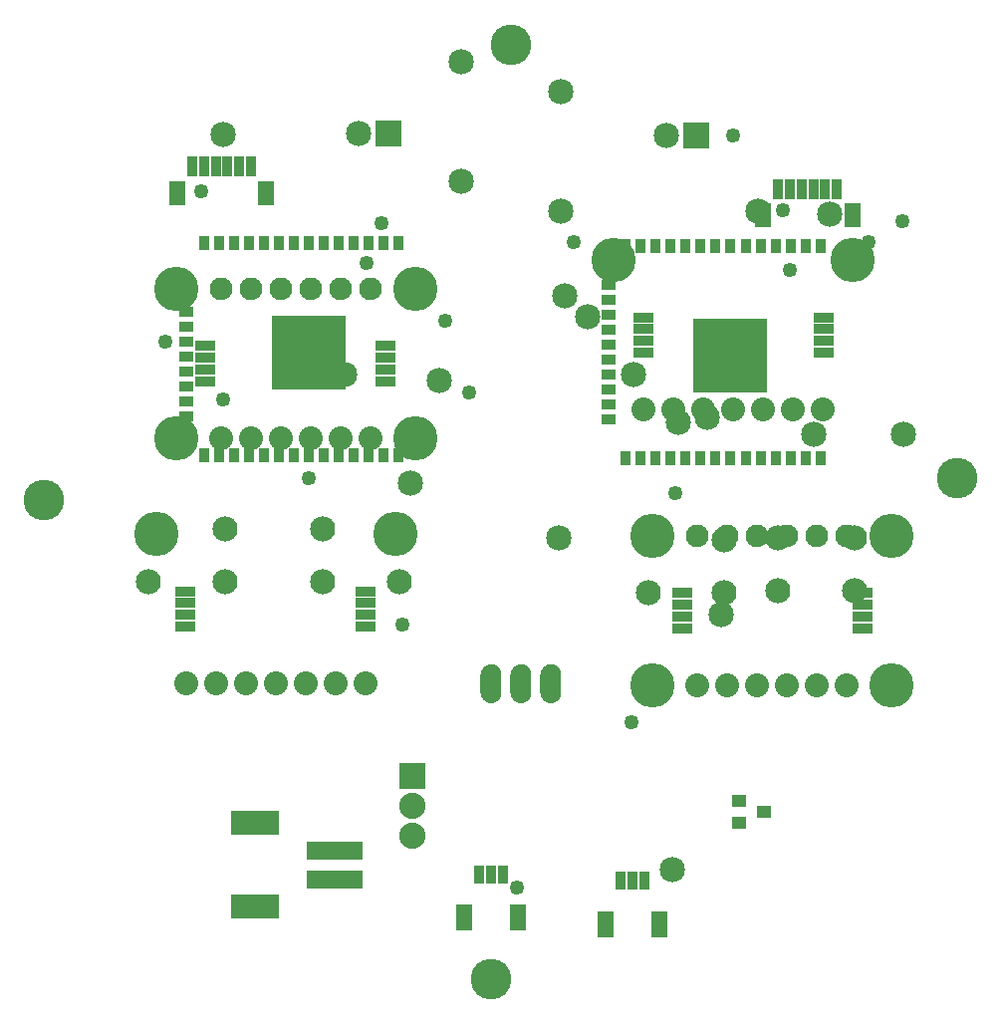
<source format=gts>
G04 MADE WITH FRITZING*
G04 WWW.FRITZING.ORG*
G04 DOUBLE SIDED*
G04 HOLES PLATED*
G04 CONTOUR ON CENTER OF CONTOUR VECTOR*
%FSLAX26Y26*%
%MOIN*%
%ADD10C,0.148425*%
%ADD11C,0.080000*%
%ADD12C,0.076000*%
%ADD13C,0.063528*%
%ADD14C,0.088000*%
%ADD15C,0.085000*%
%ADD16C,0.084000*%
%ADD17C,0.049370*%
%ADD18C,0.135984*%
%ADD19R,0.033625X0.049361*%
%ADD20R,0.033611X0.049361*%
%ADD21R,0.033570X0.049361*%
%ADD22R,0.033597X0.049361*%
%ADD23R,0.033639X0.049361*%
%ADD24R,0.033681X0.049361*%
%ADD25R,0.033667X0.049361*%
%ADD26R,0.033653X0.049361*%
%ADD27R,0.049361X0.033639*%
%ADD28R,0.049361X0.033625*%
%ADD29R,0.049361X0.033611*%
%ADD30R,0.049361X0.033653*%
%ADD31R,0.033708X0.049361*%
%ADD32R,0.246972X0.246959*%
%ADD33R,0.071024X0.033622*%
%ADD34R,0.163543X0.080866*%
%ADD35R,0.187165X0.061181*%
%ADD36R,0.088000X0.088000*%
%ADD37R,0.085000X0.085000*%
%ADD38R,0.057244X0.088740*%
%ADD39R,0.033622X0.063150*%
%ADD40R,0.045433X0.041496*%
%ADD41R,0.057244X0.080866*%
%ADD42R,0.033622X0.071024*%
%ADD43R,0.001000X0.001000*%
G04 MASK1*
%FSLAX26Y26*%
%MOIN*%
D10*
X2905800Y2589690D03*
D11*
X2805800Y2089690D03*
X2705800Y2089690D03*
D10*
X2105800Y2589690D03*
D11*
X2605800Y2089690D03*
X2505800Y2089690D03*
X2405800Y2089690D03*
X2305800Y2089690D03*
X2205800Y2089690D03*
D10*
X2905800Y2589690D03*
D11*
X2805800Y2089690D03*
X2705800Y2089690D03*
D10*
X2105800Y2589690D03*
D11*
X2605800Y2089690D03*
X2505800Y2089690D03*
X2405800Y2089690D03*
X2305800Y2089690D03*
X2205800Y2089690D03*
D10*
X1373770Y1672760D03*
D11*
X1273770Y1172760D03*
X1173770Y1172760D03*
D10*
X573767Y1672760D03*
D11*
X1073770Y1172760D03*
X973767Y1172760D03*
X873767Y1172760D03*
X773767Y1172760D03*
X673767Y1172760D03*
D10*
X1373770Y1672760D03*
D11*
X1273770Y1172760D03*
X1173770Y1172760D03*
D10*
X573767Y1672760D03*
D11*
X1073770Y1172760D03*
X973767Y1172760D03*
X873767Y1172760D03*
X773767Y1172760D03*
X673767Y1172760D03*
D10*
X2236540Y1667750D03*
X2236540Y1167750D03*
D12*
X2886540Y1667750D03*
X2786540Y1667750D03*
D10*
X3036540Y1667750D03*
D12*
X2686540Y1667750D03*
D10*
X3036540Y1167750D03*
D12*
X2586540Y1667750D03*
X2486540Y1667750D03*
X2386540Y1667750D03*
D11*
X2886540Y1167750D03*
X2786540Y1167750D03*
X2686540Y1167750D03*
X2586540Y1167750D03*
X2486540Y1167750D03*
X2386540Y1167750D03*
D10*
X2236540Y1667750D03*
X2236540Y1167750D03*
D12*
X2886540Y1667750D03*
X2786540Y1667750D03*
D10*
X3036540Y1667750D03*
D12*
X2686540Y1667750D03*
D10*
X3036540Y1167750D03*
D12*
X2586540Y1667750D03*
X2486540Y1667750D03*
X2386540Y1667750D03*
D11*
X2886540Y1167750D03*
X2786540Y1167750D03*
X2686540Y1167750D03*
X2586540Y1167750D03*
X2486540Y1167750D03*
X2386540Y1167750D03*
D10*
X640833Y2493296D03*
X640833Y1993300D03*
D12*
X1290830Y2493296D03*
X1190830Y2493296D03*
D10*
X1440830Y2493296D03*
D12*
X1090830Y2493296D03*
D10*
X1440830Y1993300D03*
D12*
X990833Y2493296D03*
X890833Y2493296D03*
X790833Y2493296D03*
D11*
X1290830Y1993300D03*
X1190830Y1993300D03*
X1090830Y1993300D03*
X990833Y1993300D03*
X890833Y1993300D03*
X790833Y1993300D03*
D10*
X640833Y2493296D03*
X640833Y1993300D03*
D12*
X1290830Y2493296D03*
X1190830Y2493296D03*
D10*
X1440830Y2493296D03*
D12*
X1090830Y2493296D03*
D10*
X1440830Y1993300D03*
D12*
X990833Y2493296D03*
X890833Y2493296D03*
X790833Y2493296D03*
D11*
X1290830Y1993300D03*
X1190830Y1993300D03*
X1090830Y1993300D03*
X990833Y1993300D03*
X890833Y1993300D03*
X790833Y1993300D03*
D13*
X1695690Y1171910D03*
X1795690Y1171910D03*
X1895670Y1171910D03*
D14*
X1430770Y862510D03*
X1430770Y762510D03*
X1430770Y662510D03*
D15*
X1929420Y2753741D03*
X1929420Y3153741D03*
X1929420Y2753741D03*
X1929420Y3153741D03*
X1596090Y3255118D03*
X1596090Y2855118D03*
X2381430Y3007933D03*
X2281430Y3007933D03*
X2381430Y3007933D03*
X2281430Y3007933D03*
X1350770Y3015250D03*
X1250770Y3015250D03*
X1350770Y3015250D03*
X1250770Y3015250D03*
D16*
X1131930Y1691090D03*
X1387930Y1691090D03*
X1131930Y1513090D03*
X1387930Y1513090D03*
X1131930Y1691090D03*
X1387930Y1691090D03*
X1131930Y1513090D03*
X1387930Y1513090D03*
X2656090Y1660420D03*
X2912090Y1660420D03*
X2656090Y1482420D03*
X2912090Y1482420D03*
X2656090Y1660420D03*
X2912090Y1660420D03*
X2656090Y1482420D03*
X2912090Y1482420D03*
X2220320Y1655310D03*
X2476320Y1655310D03*
X2220320Y1477310D03*
X2476320Y1477310D03*
X2220320Y1655310D03*
X2476320Y1655310D03*
X2220320Y1477310D03*
X2476320Y1477310D03*
X547956Y1691090D03*
X803956Y1691090D03*
X547956Y1513090D03*
X803956Y1513090D03*
X547956Y1691090D03*
X803956Y1691090D03*
X547956Y1513090D03*
X803956Y1513090D03*
D17*
X2166200Y1043680D03*
X1971410Y2649343D03*
X2503550Y3006336D03*
X1327210Y2715019D03*
X1398910Y1371990D03*
X1086200Y1859680D03*
X1278200Y2579680D03*
X3071220Y2721750D03*
X2672770Y2756229D03*
X2958200Y2651680D03*
X2694200Y2555680D03*
X1782200Y491680D03*
X798196Y2123680D03*
X1542200Y2387680D03*
X2598200Y2099680D03*
X606196Y2315680D03*
X1621750Y2147680D03*
X2310200Y1811680D03*
X726196Y2819680D03*
D15*
X2019090Y2401390D03*
X2302870Y550500D03*
X1941190Y2471156D03*
X1922590Y1659220D03*
X2417680Y2063760D03*
X2466040Y1402520D03*
X2320770Y2047060D03*
X2828890Y2744675D03*
X2171620Y2205930D03*
X2589010Y2752241D03*
X2775860Y2006820D03*
X3075860Y2006820D03*
X1425030Y1843920D03*
X1521920Y2186850D03*
X799067Y3009395D03*
X1205240Y2208570D03*
D18*
X1694090Y183480D03*
X3256270Y1859760D03*
X199558Y1785680D03*
X1762050Y3311718D03*
D19*
X1385953Y2647319D03*
D20*
X1335806Y2647319D03*
X1285646Y2647319D03*
D19*
X1235493Y2647319D03*
D21*
X1185325Y2647319D03*
D20*
X1135126Y2647319D03*
D22*
X1084979Y2647319D03*
D23*
X1034879Y2647319D03*
D24*
X984660Y2647319D03*
D25*
X934513Y2647319D03*
D26*
X884386Y2647319D03*
X834186Y2647319D03*
D23*
X784069Y2647319D03*
D22*
X733929Y2647319D03*
D27*
X675081Y2517569D03*
X675081Y2467416D03*
X675081Y2417231D03*
D28*
X675081Y2367087D03*
D29*
X675081Y2316944D03*
D27*
X675081Y2266761D03*
D30*
X675081Y2216604D03*
D27*
X675081Y2166471D03*
D30*
X675081Y2116314D03*
X675081Y2066144D03*
D22*
X733929Y1936389D03*
D23*
X784069Y1936389D03*
D26*
X834186Y1936389D03*
X884386Y1936389D03*
D25*
X934513Y1936389D03*
D31*
X984664Y1936389D03*
D23*
X1034879Y1936389D03*
D22*
X1084979Y1936389D03*
D20*
X1135126Y1936389D03*
D22*
X1185329Y1936389D03*
D19*
X1235493Y1936389D03*
D23*
X1285639Y1936389D03*
D20*
X1335806Y1936389D03*
D26*
X1385966Y1936389D03*
D32*
X1083886Y2280691D03*
D19*
X2797683Y2637099D03*
D20*
X2747536Y2637099D03*
X2697376Y2637099D03*
D19*
X2647223Y2637099D03*
D21*
X2597055Y2637099D03*
D20*
X2546856Y2637099D03*
D22*
X2496709Y2637099D03*
D23*
X2446609Y2637099D03*
D24*
X2396390Y2637099D03*
D25*
X2346243Y2637099D03*
D26*
X2296116Y2637099D03*
X2245916Y2637099D03*
D23*
X2195799Y2637099D03*
D22*
X2145659Y2637099D03*
D27*
X2086811Y2507349D03*
X2086811Y2457196D03*
X2086811Y2407011D03*
D28*
X2086811Y2356867D03*
D29*
X2086811Y2306724D03*
D27*
X2086811Y2256541D03*
D30*
X2086811Y2206384D03*
D27*
X2086811Y2156251D03*
D30*
X2086811Y2106094D03*
X2086811Y2055924D03*
D22*
X2145659Y1926169D03*
D23*
X2195799Y1926169D03*
D26*
X2245916Y1926169D03*
X2296116Y1926169D03*
D25*
X2346243Y1926169D03*
D31*
X2396394Y1926169D03*
D23*
X2446609Y1926169D03*
D22*
X2496709Y1926169D03*
D20*
X2546856Y1926169D03*
D22*
X2597059Y1926169D03*
D19*
X2647223Y1926169D03*
D23*
X2697369Y1926169D03*
D20*
X2747536Y1926169D03*
D26*
X2797696Y1926169D03*
D32*
X2495616Y2270461D03*
D33*
X2204762Y2280639D03*
X2204762Y2320009D03*
X2204762Y2359379D03*
X2204762Y2398749D03*
X2806822Y2398749D03*
X2806822Y2359379D03*
X2806822Y2320009D03*
X2806822Y2280639D03*
X2204762Y2280639D03*
X2204762Y2320009D03*
X2204762Y2359379D03*
X2204762Y2398749D03*
X2806822Y2398749D03*
X2806822Y2359379D03*
X2806822Y2320009D03*
X2806822Y2280639D03*
X672732Y1363709D03*
X672732Y1403079D03*
X672732Y1442439D03*
X672732Y1481819D03*
X1274792Y1481819D03*
X1274792Y1442449D03*
X1274792Y1403079D03*
X1274792Y1363709D03*
X672732Y1363709D03*
X672732Y1403079D03*
X672732Y1442439D03*
X672732Y1481819D03*
X1274792Y1481819D03*
X1274792Y1442449D03*
X1274792Y1403079D03*
X1274792Y1363709D03*
X2335502Y1358699D03*
X2335502Y1398069D03*
X2335502Y1437439D03*
X2335502Y1476809D03*
X2937562Y1476809D03*
X2937562Y1437439D03*
X2937562Y1398069D03*
X2937562Y1358699D03*
X2335502Y1358699D03*
X2335502Y1398069D03*
X2335502Y1437439D03*
X2335502Y1476809D03*
X2937562Y1476809D03*
X2937562Y1437439D03*
X2937562Y1398069D03*
X2937562Y1358699D03*
X739798Y2184239D03*
X739798Y2223609D03*
X739798Y2262979D03*
X739798Y2302349D03*
X1341852Y2302349D03*
X1341852Y2262979D03*
X1341852Y2223609D03*
X1341852Y2184239D03*
X739798Y2184239D03*
X739798Y2223609D03*
X739798Y2262979D03*
X739798Y2302349D03*
X1341852Y2302349D03*
X1341852Y2262979D03*
X1341852Y2223609D03*
X1341852Y2184239D03*
D34*
X904878Y705767D03*
X904878Y426247D03*
D35*
X1172983Y615219D03*
X1172983Y516799D03*
D36*
X1430770Y862510D03*
D37*
X2381430Y3007933D03*
X2381430Y3007933D03*
X1350770Y3015250D03*
X1350770Y3015250D03*
D38*
X2077002Y367800D03*
X2258102Y367800D03*
D39*
X2128181Y512485D03*
X2167551Y512485D03*
X2206921Y512485D03*
D38*
X1604582Y390500D03*
X1785682Y390500D03*
D39*
X1655761Y535185D03*
X1695131Y535185D03*
X1734501Y535185D03*
D40*
X2607307Y744622D03*
X2524627Y707222D03*
X2524627Y782022D03*
D41*
X2604562Y2740662D03*
X2903772Y2740662D03*
D42*
X2655741Y2828261D03*
X2695111Y2828261D03*
X2734481Y2828261D03*
X2773851Y2828261D03*
X2813221Y2828261D03*
X2852591Y2828261D03*
D41*
X644052Y2814630D03*
X943264Y2814630D03*
D42*
X695233Y2902229D03*
X734603Y2902229D03*
X773973Y2902229D03*
X813343Y2902229D03*
X852713Y2902229D03*
X892083Y2902229D03*
D43*
X1692500Y1237070D02*
X1698500Y1237070D01*
X1792500Y1237070D02*
X1798500Y1237070D01*
X1892500Y1237070D02*
X1898500Y1237070D01*
X1687500Y1236070D02*
X1703500Y1236070D01*
X1787500Y1236070D02*
X1803500Y1236070D01*
X1887500Y1236070D02*
X1903500Y1236070D01*
X1684500Y1235070D02*
X1706500Y1235070D01*
X1784500Y1235070D02*
X1806500Y1235070D01*
X1883500Y1235070D02*
X1906500Y1235070D01*
X1681500Y1234070D02*
X1709500Y1234070D01*
X1781500Y1234070D02*
X1809500Y1234070D01*
X1881500Y1234070D02*
X1909500Y1234070D01*
X1679500Y1233070D02*
X1711500Y1233070D01*
X1779500Y1233070D02*
X1811500Y1233070D01*
X1879500Y1233070D02*
X1911500Y1233070D01*
X1677500Y1232070D02*
X1713500Y1232070D01*
X1777500Y1232070D02*
X1813500Y1232070D01*
X1877500Y1232070D02*
X1913500Y1232070D01*
X1676500Y1231070D02*
X1714500Y1231070D01*
X1776500Y1231070D02*
X1814500Y1231070D01*
X1876500Y1231070D02*
X1914500Y1231070D01*
X1674500Y1230070D02*
X1716500Y1230070D01*
X1774500Y1230070D02*
X1816500Y1230070D01*
X1874500Y1230070D02*
X1916500Y1230070D01*
X1673500Y1229070D02*
X1717500Y1229070D01*
X1773500Y1229070D02*
X1817500Y1229070D01*
X1873500Y1229070D02*
X1917500Y1229070D01*
X1672500Y1228070D02*
X1718500Y1228070D01*
X1772500Y1228070D02*
X1818500Y1228070D01*
X1872500Y1228070D02*
X1918500Y1228070D01*
X1671500Y1227070D02*
X1719500Y1227070D01*
X1771500Y1227070D02*
X1819500Y1227070D01*
X1871500Y1227070D02*
X1919500Y1227070D01*
X1670500Y1226070D02*
X1720500Y1226070D01*
X1770500Y1226070D02*
X1820500Y1226070D01*
X1870500Y1226070D02*
X1920500Y1226070D01*
X1669500Y1225070D02*
X1721500Y1225070D01*
X1769500Y1225070D02*
X1821500Y1225070D01*
X1869500Y1225070D02*
X1921500Y1225070D01*
X1668500Y1224070D02*
X1722500Y1224070D01*
X1768500Y1224070D02*
X1822500Y1224070D01*
X1868500Y1224070D02*
X1922500Y1224070D01*
X1667500Y1223070D02*
X1722500Y1223070D01*
X1767500Y1223070D02*
X1822500Y1223070D01*
X1867500Y1223070D02*
X1922500Y1223070D01*
X1667500Y1222070D02*
X1723500Y1222070D01*
X1767500Y1222070D02*
X1823500Y1222070D01*
X1867500Y1222070D02*
X1923500Y1222070D01*
X1666500Y1221070D02*
X1724500Y1221070D01*
X1766500Y1221070D02*
X1824500Y1221070D01*
X1866500Y1221070D02*
X1924500Y1221070D01*
X1665500Y1220070D02*
X1724500Y1220070D01*
X1765500Y1220070D02*
X1824500Y1220070D01*
X1865500Y1220070D02*
X1924500Y1220070D01*
X1665500Y1219070D02*
X1725500Y1219070D01*
X1765500Y1219070D02*
X1825500Y1219070D01*
X1865500Y1219070D02*
X1925500Y1219070D01*
X1664500Y1218070D02*
X1726500Y1218070D01*
X1764500Y1218070D02*
X1825500Y1218070D01*
X1864500Y1218070D02*
X1925500Y1218070D01*
X1664500Y1217070D02*
X1726500Y1217070D01*
X1764500Y1217070D02*
X1826500Y1217070D01*
X1864500Y1217070D02*
X1926500Y1217070D01*
X1663500Y1216070D02*
X1726500Y1216070D01*
X1763500Y1216070D02*
X1826500Y1216070D01*
X1863500Y1216070D02*
X1926500Y1216070D01*
X1663500Y1215070D02*
X1727500Y1215070D01*
X1763500Y1215070D02*
X1827500Y1215070D01*
X1863500Y1215070D02*
X1927500Y1215070D01*
X1663500Y1214070D02*
X1727500Y1214070D01*
X1763500Y1214070D02*
X1827500Y1214070D01*
X1863500Y1214070D02*
X1927500Y1214070D01*
X1662500Y1213070D02*
X1728500Y1213070D01*
X1762500Y1213070D02*
X1828500Y1213070D01*
X1862500Y1213070D02*
X1928500Y1213070D01*
X1662500Y1212070D02*
X1728500Y1212070D01*
X1762500Y1212070D02*
X1828500Y1212070D01*
X1862500Y1212070D02*
X1928500Y1212070D01*
X1662500Y1211070D02*
X1728500Y1211070D01*
X1762500Y1211070D02*
X1828500Y1211070D01*
X1862500Y1211070D02*
X1928500Y1211070D01*
X1661500Y1210070D02*
X1728500Y1210070D01*
X1761500Y1210070D02*
X1828500Y1210070D01*
X1861500Y1210070D02*
X1928500Y1210070D01*
X1661500Y1209070D02*
X1729500Y1209070D01*
X1761500Y1209070D02*
X1829500Y1209070D01*
X1861500Y1209070D02*
X1929500Y1209070D01*
X1661500Y1208070D02*
X1729500Y1208070D01*
X1761500Y1208070D02*
X1829500Y1208070D01*
X1861500Y1208070D02*
X1929500Y1208070D01*
X1661500Y1207070D02*
X1729500Y1207070D01*
X1761500Y1207070D02*
X1829500Y1207070D01*
X1861500Y1207070D02*
X1929500Y1207070D01*
X1661500Y1206070D02*
X1729500Y1206070D01*
X1761500Y1206070D02*
X1829500Y1206070D01*
X1861500Y1206070D02*
X1929500Y1206070D01*
X1661500Y1205070D02*
X1729500Y1205070D01*
X1761500Y1205070D02*
X1829500Y1205070D01*
X1861500Y1205070D02*
X1929500Y1205070D01*
X1661500Y1204070D02*
X1729500Y1204070D01*
X1760500Y1204070D02*
X1829500Y1204070D01*
X1860500Y1204070D02*
X1929500Y1204070D01*
X1660500Y1203070D02*
X1729500Y1203070D01*
X1760500Y1203070D02*
X1829500Y1203070D01*
X1860500Y1203070D02*
X1929500Y1203070D01*
X1660500Y1202070D02*
X1729500Y1202070D01*
X1760500Y1202070D02*
X1829500Y1202070D01*
X1860500Y1202070D02*
X1929500Y1202070D01*
X1660500Y1201070D02*
X1729500Y1201070D01*
X1760500Y1201070D02*
X1829500Y1201070D01*
X1860500Y1201070D02*
X1929500Y1201070D01*
X1660500Y1200070D02*
X1729500Y1200070D01*
X1760500Y1200070D02*
X1829500Y1200070D01*
X1860500Y1200070D02*
X1929500Y1200070D01*
X1660500Y1199070D02*
X1729500Y1199070D01*
X1760500Y1199070D02*
X1829500Y1199070D01*
X1860500Y1199070D02*
X1929500Y1199070D01*
X1660500Y1198070D02*
X1729500Y1198070D01*
X1760500Y1198070D02*
X1829500Y1198070D01*
X1860500Y1198070D02*
X1929500Y1198070D01*
X1660500Y1197070D02*
X1729500Y1197070D01*
X1760500Y1197070D02*
X1829500Y1197070D01*
X1860500Y1197070D02*
X1929500Y1197070D01*
X1660500Y1196070D02*
X1729500Y1196070D01*
X1760500Y1196070D02*
X1829500Y1196070D01*
X1860500Y1196070D02*
X1929500Y1196070D01*
X1660500Y1195070D02*
X1729500Y1195070D01*
X1760500Y1195070D02*
X1829500Y1195070D01*
X1860500Y1195070D02*
X1929500Y1195070D01*
X1660500Y1194070D02*
X1729500Y1194070D01*
X1760500Y1194070D02*
X1829500Y1194070D01*
X1860500Y1194070D02*
X1929500Y1194070D01*
X1660500Y1193070D02*
X1729500Y1193070D01*
X1760500Y1193070D02*
X1829500Y1193070D01*
X1860500Y1193070D02*
X1929500Y1193070D01*
X1660500Y1192070D02*
X1729500Y1192070D01*
X1760500Y1192070D02*
X1829500Y1192070D01*
X1860500Y1192070D02*
X1929500Y1192070D01*
X1660500Y1191070D02*
X1729500Y1191070D01*
X1760500Y1191070D02*
X1829500Y1191070D01*
X1860500Y1191070D02*
X1929500Y1191070D01*
X1660500Y1190070D02*
X1729500Y1190070D01*
X1760500Y1190070D02*
X1829500Y1190070D01*
X1860500Y1190070D02*
X1929500Y1190070D01*
X1660500Y1189070D02*
X1729500Y1189070D01*
X1760500Y1189070D02*
X1829500Y1189070D01*
X1860500Y1189070D02*
X1929500Y1189070D01*
X1660500Y1188070D02*
X1729500Y1188070D01*
X1760500Y1188070D02*
X1829500Y1188070D01*
X1860500Y1188070D02*
X1929500Y1188070D01*
X1660500Y1187070D02*
X1692500Y1187070D01*
X1697500Y1187070D02*
X1729500Y1187070D01*
X1760500Y1187070D02*
X1792500Y1187070D01*
X1798500Y1187070D02*
X1829500Y1187070D01*
X1860500Y1187070D02*
X1892500Y1187070D01*
X1898500Y1187070D02*
X1929500Y1187070D01*
X1660500Y1186070D02*
X1688500Y1186070D01*
X1701500Y1186070D02*
X1729500Y1186070D01*
X1760500Y1186070D02*
X1788500Y1186070D01*
X1801500Y1186070D02*
X1829500Y1186070D01*
X1860500Y1186070D02*
X1888500Y1186070D01*
X1901500Y1186070D02*
X1929500Y1186070D01*
X1660500Y1185070D02*
X1687500Y1185070D01*
X1703500Y1185070D02*
X1729500Y1185070D01*
X1760500Y1185070D02*
X1787500Y1185070D01*
X1803500Y1185070D02*
X1829500Y1185070D01*
X1860500Y1185070D02*
X1886500Y1185070D01*
X1903500Y1185070D02*
X1929500Y1185070D01*
X1660500Y1184070D02*
X1685500Y1184070D01*
X1705500Y1184070D02*
X1729500Y1184070D01*
X1760500Y1184070D02*
X1785500Y1184070D01*
X1805500Y1184070D02*
X1829500Y1184070D01*
X1860500Y1184070D02*
X1885500Y1184070D01*
X1905500Y1184070D02*
X1929500Y1184070D01*
X1660500Y1183070D02*
X1684500Y1183070D01*
X1706500Y1183070D02*
X1729500Y1183070D01*
X1760500Y1183070D02*
X1784500Y1183070D01*
X1806500Y1183070D02*
X1829500Y1183070D01*
X1860500Y1183070D02*
X1884500Y1183070D01*
X1906500Y1183070D02*
X1929500Y1183070D01*
X1660500Y1182070D02*
X1683500Y1182070D01*
X1707500Y1182070D02*
X1729500Y1182070D01*
X1760500Y1182070D02*
X1783500Y1182070D01*
X1807500Y1182070D02*
X1829500Y1182070D01*
X1860500Y1182070D02*
X1883500Y1182070D01*
X1907500Y1182070D02*
X1929500Y1182070D01*
X1660500Y1181070D02*
X1682500Y1181070D01*
X1708500Y1181070D02*
X1729500Y1181070D01*
X1760500Y1181070D02*
X1782500Y1181070D01*
X1808500Y1181070D02*
X1829500Y1181070D01*
X1860500Y1181070D02*
X1882500Y1181070D01*
X1908500Y1181070D02*
X1929500Y1181070D01*
X1660500Y1180070D02*
X1682500Y1180070D01*
X1708500Y1180070D02*
X1729500Y1180070D01*
X1760500Y1180070D02*
X1782500Y1180070D01*
X1808500Y1180070D02*
X1829500Y1180070D01*
X1860500Y1180070D02*
X1882500Y1180070D01*
X1908500Y1180070D02*
X1929500Y1180070D01*
X1660500Y1179070D02*
X1681500Y1179070D01*
X1709500Y1179070D02*
X1729500Y1179070D01*
X1760500Y1179070D02*
X1781500Y1179070D01*
X1809500Y1179070D02*
X1829500Y1179070D01*
X1860500Y1179070D02*
X1881500Y1179070D01*
X1909500Y1179070D02*
X1929500Y1179070D01*
X1660500Y1178070D02*
X1681500Y1178070D01*
X1709500Y1178070D02*
X1729500Y1178070D01*
X1760500Y1178070D02*
X1780500Y1178070D01*
X1809500Y1178070D02*
X1829500Y1178070D01*
X1860500Y1178070D02*
X1880500Y1178070D01*
X1909500Y1178070D02*
X1929500Y1178070D01*
X1660500Y1177070D02*
X1680500Y1177070D01*
X1710500Y1177070D02*
X1729500Y1177070D01*
X1760500Y1177070D02*
X1780500Y1177070D01*
X1810500Y1177070D02*
X1829500Y1177070D01*
X1860500Y1177070D02*
X1880500Y1177070D01*
X1910500Y1177070D02*
X1929500Y1177070D01*
X1660500Y1176070D02*
X1680500Y1176070D01*
X1710500Y1176070D02*
X1729500Y1176070D01*
X1760500Y1176070D02*
X1780500Y1176070D01*
X1810500Y1176070D02*
X1829500Y1176070D01*
X1860500Y1176070D02*
X1880500Y1176070D01*
X1910500Y1176070D02*
X1929500Y1176070D01*
X1660500Y1175070D02*
X1680500Y1175070D01*
X1710500Y1175070D02*
X1729500Y1175070D01*
X1760500Y1175070D02*
X1780500Y1175070D01*
X1810500Y1175070D02*
X1829500Y1175070D01*
X1860500Y1175070D02*
X1880500Y1175070D01*
X1910500Y1175070D02*
X1929500Y1175070D01*
X1660500Y1174070D02*
X1680500Y1174070D01*
X1710500Y1174070D02*
X1729500Y1174070D01*
X1760500Y1174070D02*
X1780500Y1174070D01*
X1810500Y1174070D02*
X1829500Y1174070D01*
X1860500Y1174070D02*
X1880500Y1174070D01*
X1910500Y1174070D02*
X1929500Y1174070D01*
X1660500Y1173070D02*
X1679500Y1173070D01*
X1710500Y1173070D02*
X1729500Y1173070D01*
X1760500Y1173070D02*
X1779500Y1173070D01*
X1810500Y1173070D02*
X1829500Y1173070D01*
X1860500Y1173070D02*
X1879500Y1173070D01*
X1910500Y1173070D02*
X1929500Y1173070D01*
X1660500Y1172070D02*
X1679500Y1172070D01*
X1710500Y1172070D02*
X1729500Y1172070D01*
X1760500Y1172070D02*
X1779500Y1172070D01*
X1810500Y1172070D02*
X1829500Y1172070D01*
X1860500Y1172070D02*
X1879500Y1172070D01*
X1910500Y1172070D02*
X1929500Y1172070D01*
X1660500Y1171070D02*
X1680500Y1171070D01*
X1710500Y1171070D02*
X1729500Y1171070D01*
X1760500Y1171070D02*
X1779500Y1171070D01*
X1810500Y1171070D02*
X1829500Y1171070D01*
X1860500Y1171070D02*
X1879500Y1171070D01*
X1910500Y1171070D02*
X1929500Y1171070D01*
X1660500Y1170070D02*
X1680500Y1170070D01*
X1710500Y1170070D02*
X1729500Y1170070D01*
X1760500Y1170070D02*
X1780500Y1170070D01*
X1810500Y1170070D02*
X1829500Y1170070D01*
X1860500Y1170070D02*
X1880500Y1170070D01*
X1910500Y1170070D02*
X1929500Y1170070D01*
X1660500Y1169070D02*
X1680500Y1169070D01*
X1710500Y1169070D02*
X1729500Y1169070D01*
X1760500Y1169070D02*
X1780500Y1169070D01*
X1810500Y1169070D02*
X1829500Y1169070D01*
X1860500Y1169070D02*
X1880500Y1169070D01*
X1910500Y1169070D02*
X1929500Y1169070D01*
X1660500Y1168070D02*
X1680500Y1168070D01*
X1710500Y1168070D02*
X1729500Y1168070D01*
X1760500Y1168070D02*
X1780500Y1168070D01*
X1810500Y1168070D02*
X1829500Y1168070D01*
X1860500Y1168070D02*
X1880500Y1168070D01*
X1910500Y1168070D02*
X1929500Y1168070D01*
X1660500Y1167070D02*
X1680500Y1167070D01*
X1709500Y1167070D02*
X1729500Y1167070D01*
X1760500Y1167070D02*
X1780500Y1167070D01*
X1809500Y1167070D02*
X1829500Y1167070D01*
X1860500Y1167070D02*
X1880500Y1167070D01*
X1909500Y1167070D02*
X1929500Y1167070D01*
X1660500Y1166070D02*
X1681500Y1166070D01*
X1709500Y1166070D02*
X1729500Y1166070D01*
X1760500Y1166070D02*
X1781500Y1166070D01*
X1809500Y1166070D02*
X1829500Y1166070D01*
X1860500Y1166070D02*
X1881500Y1166070D01*
X1909500Y1166070D02*
X1929500Y1166070D01*
X1660500Y1165070D02*
X1681500Y1165070D01*
X1709500Y1165070D02*
X1729500Y1165070D01*
X1760500Y1165070D02*
X1781500Y1165070D01*
X1809500Y1165070D02*
X1829500Y1165070D01*
X1860500Y1165070D02*
X1881500Y1165070D01*
X1909500Y1165070D02*
X1929500Y1165070D01*
X1660500Y1164070D02*
X1682500Y1164070D01*
X1708500Y1164070D02*
X1729500Y1164070D01*
X1760500Y1164070D02*
X1782500Y1164070D01*
X1808500Y1164070D02*
X1829500Y1164070D01*
X1860500Y1164070D02*
X1882500Y1164070D01*
X1908500Y1164070D02*
X1929500Y1164070D01*
X1660500Y1163070D02*
X1683500Y1163070D01*
X1707500Y1163070D02*
X1729500Y1163070D01*
X1760500Y1163070D02*
X1783500Y1163070D01*
X1807500Y1163070D02*
X1829500Y1163070D01*
X1860500Y1163070D02*
X1883500Y1163070D01*
X1907500Y1163070D02*
X1929500Y1163070D01*
X1660500Y1162070D02*
X1683500Y1162070D01*
X1706500Y1162070D02*
X1729500Y1162070D01*
X1760500Y1162070D02*
X1783500Y1162070D01*
X1806500Y1162070D02*
X1829500Y1162070D01*
X1860500Y1162070D02*
X1883500Y1162070D01*
X1906500Y1162070D02*
X1929500Y1162070D01*
X1660500Y1161070D02*
X1685500Y1161070D01*
X1705500Y1161070D02*
X1729500Y1161070D01*
X1760500Y1161070D02*
X1784500Y1161070D01*
X1805500Y1161070D02*
X1829500Y1161070D01*
X1860500Y1161070D02*
X1884500Y1161070D01*
X1905500Y1161070D02*
X1929500Y1161070D01*
X1660500Y1160070D02*
X1686500Y1160070D01*
X1704500Y1160070D02*
X1729500Y1160070D01*
X1760500Y1160070D02*
X1786500Y1160070D01*
X1804500Y1160070D02*
X1829500Y1160070D01*
X1860500Y1160070D02*
X1886500Y1160070D01*
X1904500Y1160070D02*
X1929500Y1160070D01*
X1660500Y1159070D02*
X1687500Y1159070D01*
X1703500Y1159070D02*
X1729500Y1159070D01*
X1760500Y1159070D02*
X1787500Y1159070D01*
X1803500Y1159070D02*
X1829500Y1159070D01*
X1860500Y1159070D02*
X1887500Y1159070D01*
X1902500Y1159070D02*
X1929500Y1159070D01*
X1660500Y1158070D02*
X1690500Y1158070D01*
X1700500Y1158070D02*
X1729500Y1158070D01*
X1760500Y1158070D02*
X1790500Y1158070D01*
X1800500Y1158070D02*
X1829500Y1158070D01*
X1860500Y1158070D02*
X1890500Y1158070D01*
X1900500Y1158070D02*
X1929500Y1158070D01*
X1660500Y1157070D02*
X1729500Y1157070D01*
X1760500Y1157070D02*
X1829500Y1157070D01*
X1860500Y1157070D02*
X1929500Y1157070D01*
X1660500Y1156070D02*
X1729500Y1156070D01*
X1760500Y1156070D02*
X1829500Y1156070D01*
X1860500Y1156070D02*
X1929500Y1156070D01*
X1660500Y1155070D02*
X1729500Y1155070D01*
X1760500Y1155070D02*
X1829500Y1155070D01*
X1860500Y1155070D02*
X1929500Y1155070D01*
X1660500Y1154070D02*
X1729500Y1154070D01*
X1760500Y1154070D02*
X1829500Y1154070D01*
X1860500Y1154070D02*
X1929500Y1154070D01*
X1660500Y1153070D02*
X1729500Y1153070D01*
X1760500Y1153070D02*
X1829500Y1153070D01*
X1860500Y1153070D02*
X1929500Y1153070D01*
X1660500Y1152070D02*
X1729500Y1152070D01*
X1760500Y1152070D02*
X1829500Y1152070D01*
X1860500Y1152070D02*
X1929500Y1152070D01*
X1660500Y1151070D02*
X1729500Y1151070D01*
X1760500Y1151070D02*
X1829500Y1151070D01*
X1860500Y1151070D02*
X1929500Y1151070D01*
X1660500Y1150070D02*
X1729500Y1150070D01*
X1760500Y1150070D02*
X1829500Y1150070D01*
X1860500Y1150070D02*
X1929500Y1150070D01*
X1660500Y1149070D02*
X1729500Y1149070D01*
X1760500Y1149070D02*
X1829500Y1149070D01*
X1860500Y1149070D02*
X1929500Y1149070D01*
X1660500Y1148070D02*
X1729500Y1148070D01*
X1760500Y1148070D02*
X1829500Y1148070D01*
X1860500Y1148070D02*
X1929500Y1148070D01*
X1660500Y1147070D02*
X1729500Y1147070D01*
X1760500Y1147070D02*
X1829500Y1147070D01*
X1860500Y1147070D02*
X1929500Y1147070D01*
X1660500Y1146070D02*
X1729500Y1146070D01*
X1760500Y1146070D02*
X1829500Y1146070D01*
X1860500Y1146070D02*
X1929500Y1146070D01*
X1660500Y1145070D02*
X1729500Y1145070D01*
X1760500Y1145070D02*
X1829500Y1145070D01*
X1860500Y1145070D02*
X1929500Y1145070D01*
X1660500Y1144070D02*
X1729500Y1144070D01*
X1760500Y1144070D02*
X1829500Y1144070D01*
X1860500Y1144070D02*
X1929500Y1144070D01*
X1660500Y1143070D02*
X1729500Y1143070D01*
X1760500Y1143070D02*
X1829500Y1143070D01*
X1860500Y1143070D02*
X1929500Y1143070D01*
X1660500Y1142070D02*
X1729500Y1142070D01*
X1760500Y1142070D02*
X1829500Y1142070D01*
X1860500Y1142070D02*
X1929500Y1142070D01*
X1660500Y1141070D02*
X1729500Y1141070D01*
X1760500Y1141070D02*
X1829500Y1141070D01*
X1860500Y1141070D02*
X1929500Y1141070D01*
X1661500Y1140070D02*
X1729500Y1140070D01*
X1761500Y1140070D02*
X1829500Y1140070D01*
X1861500Y1140070D02*
X1929500Y1140070D01*
X1661500Y1139070D02*
X1729500Y1139070D01*
X1761500Y1139070D02*
X1829500Y1139070D01*
X1861500Y1139070D02*
X1929500Y1139070D01*
X1661500Y1138070D02*
X1729500Y1138070D01*
X1761500Y1138070D02*
X1829500Y1138070D01*
X1861500Y1138070D02*
X1929500Y1138070D01*
X1661500Y1137070D02*
X1729500Y1137070D01*
X1761500Y1137070D02*
X1829500Y1137070D01*
X1861500Y1137070D02*
X1929500Y1137070D01*
X1661500Y1136070D02*
X1729500Y1136070D01*
X1761500Y1136070D02*
X1829500Y1136070D01*
X1861500Y1136070D02*
X1929500Y1136070D01*
X1661500Y1135070D02*
X1729500Y1135070D01*
X1761500Y1135070D02*
X1829500Y1135070D01*
X1861500Y1135070D02*
X1929500Y1135070D01*
X1661500Y1134070D02*
X1728500Y1134070D01*
X1761500Y1134070D02*
X1828500Y1134070D01*
X1861500Y1134070D02*
X1928500Y1134070D01*
X1662500Y1133070D02*
X1728500Y1133070D01*
X1762500Y1133070D02*
X1828500Y1133070D01*
X1862500Y1133070D02*
X1928500Y1133070D01*
X1662500Y1132070D02*
X1728500Y1132070D01*
X1762500Y1132070D02*
X1828500Y1132070D01*
X1862500Y1132070D02*
X1928500Y1132070D01*
X1662500Y1131070D02*
X1727500Y1131070D01*
X1762500Y1131070D02*
X1827500Y1131070D01*
X1862500Y1131070D02*
X1927500Y1131070D01*
X1663500Y1130070D02*
X1727500Y1130070D01*
X1763500Y1130070D02*
X1827500Y1130070D01*
X1863500Y1130070D02*
X1927500Y1130070D01*
X1663500Y1129070D02*
X1727500Y1129070D01*
X1763500Y1129070D02*
X1827500Y1129070D01*
X1863500Y1129070D02*
X1927500Y1129070D01*
X1664500Y1128070D02*
X1726500Y1128070D01*
X1764500Y1128070D02*
X1826500Y1128070D01*
X1864500Y1128070D02*
X1926500Y1128070D01*
X1664500Y1127070D02*
X1726500Y1127070D01*
X1764500Y1127070D02*
X1826500Y1127070D01*
X1864500Y1127070D02*
X1926500Y1127070D01*
X1665500Y1126070D02*
X1725500Y1126070D01*
X1765500Y1126070D02*
X1825500Y1126070D01*
X1865500Y1126070D02*
X1925500Y1126070D01*
X1665500Y1125070D02*
X1725500Y1125070D01*
X1765500Y1125070D02*
X1825500Y1125070D01*
X1865500Y1125070D02*
X1925500Y1125070D01*
X1666500Y1124070D02*
X1724500Y1124070D01*
X1766500Y1124070D02*
X1824500Y1124070D01*
X1866500Y1124070D02*
X1924500Y1124070D01*
X1666500Y1123070D02*
X1724500Y1123070D01*
X1766500Y1123070D02*
X1824500Y1123070D01*
X1866500Y1123070D02*
X1924500Y1123070D01*
X1667500Y1122070D02*
X1723500Y1122070D01*
X1767500Y1122070D02*
X1823500Y1122070D01*
X1867500Y1122070D02*
X1923500Y1122070D01*
X1668500Y1121070D02*
X1722500Y1121070D01*
X1768500Y1121070D02*
X1822500Y1121070D01*
X1868500Y1121070D02*
X1922500Y1121070D01*
X1668500Y1120070D02*
X1721500Y1120070D01*
X1768500Y1120070D02*
X1821500Y1120070D01*
X1868500Y1120070D02*
X1921500Y1120070D01*
X1669500Y1119070D02*
X1720500Y1119070D01*
X1769500Y1119070D02*
X1820500Y1119070D01*
X1869500Y1119070D02*
X1920500Y1119070D01*
X1670500Y1118070D02*
X1720500Y1118070D01*
X1770500Y1118070D02*
X1820500Y1118070D01*
X1870500Y1118070D02*
X1920500Y1118070D01*
X1671500Y1117070D02*
X1719500Y1117070D01*
X1771500Y1117070D02*
X1819500Y1117070D01*
X1871500Y1117070D02*
X1919500Y1117070D01*
X1672500Y1116070D02*
X1717500Y1116070D01*
X1772500Y1116070D02*
X1817500Y1116070D01*
X1872500Y1116070D02*
X1917500Y1116070D01*
X1674500Y1115070D02*
X1716500Y1115070D01*
X1773500Y1115070D02*
X1816500Y1115070D01*
X1873500Y1115070D02*
X1916500Y1115070D01*
X1675500Y1114070D02*
X1715500Y1114070D01*
X1775500Y1114070D02*
X1815500Y1114070D01*
X1875500Y1114070D02*
X1915500Y1114070D01*
X1676500Y1113070D02*
X1713500Y1113070D01*
X1776500Y1113070D02*
X1813500Y1113070D01*
X1876500Y1113070D02*
X1913500Y1113070D01*
X1678500Y1112070D02*
X1712500Y1112070D01*
X1778500Y1112070D02*
X1812500Y1112070D01*
X1878500Y1112070D02*
X1912500Y1112070D01*
X1680500Y1111070D02*
X1710500Y1111070D01*
X1780500Y1111070D02*
X1810500Y1111070D01*
X1880500Y1111070D02*
X1910500Y1111070D01*
X1682500Y1110070D02*
X1708500Y1110070D01*
X1782500Y1110070D02*
X1808500Y1110070D01*
X1882500Y1110070D02*
X1908500Y1110070D01*
X1685500Y1109070D02*
X1705500Y1109070D01*
X1785500Y1109070D02*
X1805500Y1109070D01*
X1885500Y1109070D02*
X1905500Y1109070D01*
X1689500Y1108070D02*
X1701500Y1108070D01*
X1788500Y1108070D02*
X1801500Y1108070D01*
X1888500Y1108070D02*
X1901500Y1108070D01*
D02*
G04 End of Mask1*
M02*
</source>
